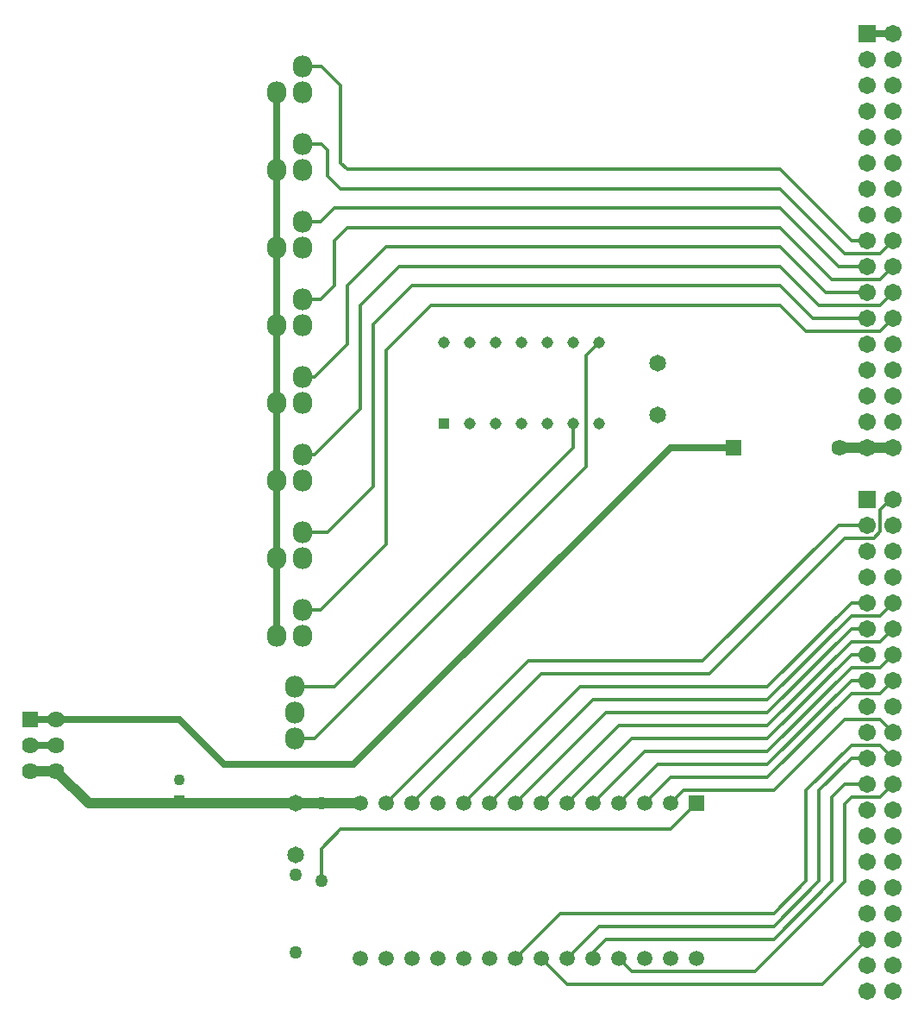
<source format=gbr>
G04 DipTrace 4.3.0.5*
G04 1 - Top.gbr*
%MOMM*%
G04 #@! TF.FileFunction,Copper,L1,Top*
G04 #@! TF.Part,Single*
G04 #@! TA.AperFunction,Conductor*
%ADD16C,0.6604*%
%ADD17C,0.3302*%
%ADD18C,1.0*%
G04 #@! TA.AperFunction,ComponentPad*
%ADD22R,1.1X1.1*%
%ADD23C,1.1*%
%ADD24C,1.65*%
%ADD25R,1.59X1.59*%
%ADD26C,1.59*%
%ADD27R,1.71X1.71*%
%ADD28C,1.71*%
%ADD29R,1.62X1.62*%
%ADD30C,1.62*%
%ADD31O,1.905X2.159*%
%ADD32C,1.27*%
%ADD33C,1.27*%
%ADD34R,1.14X1.14*%
%ADD35C,1.14*%
%ADD36R,1.5X1.5*%
%ADD37C,1.5*%
%FSLAX35Y35*%
G04*
G71*
G90*
G75*
G01*
G04 Top*
%LPD*%
X-6345300Y4124200D2*
D16*
Y3362200D1*
Y2600200D1*
Y1838193D1*
Y1076200D1*
Y314200D1*
Y-447800D1*
Y-1209800D1*
X-8763000Y-2286000D2*
X-8509000D1*
X-4508500Y-2859500D2*
D17*
X-3363500Y-1714500D1*
X-1524000D1*
X-698500Y-889000D1*
X-539750D1*
X-4254500Y-2859500D2*
Y-2857500D1*
X-3238500Y-1841500D1*
X-1524000D1*
X-698500Y-1016000D1*
X-412750D1*
X-285750Y-889000D1*
X-4000500Y-2859500D2*
Y-2857500D1*
X-3111500Y-1968500D1*
X-1524000D1*
X-698500Y-1143000D1*
X-539750D1*
X-3746500Y-2859500D2*
Y-2857500D1*
X-2984500Y-2095500D1*
X-1524000D1*
X-698500Y-1270000D1*
X-412750D1*
X-285750Y-1143000D1*
X-3492500Y-2859500D2*
Y-2857500D1*
X-2857500Y-2222500D1*
X-1524000D1*
X-698500Y-1397000D1*
X-539750D1*
X-3238500Y-2859500D2*
Y-2857500D1*
X-2730500Y-2349500D1*
X-1524000D1*
X-698500Y-1524000D1*
X-412750D1*
X-285750Y-1397000D1*
X-2984500Y-2859500D2*
Y-2857500D1*
X-2603500Y-2476500D1*
X-1524000D1*
X-698500Y-1651000D1*
X-539750D1*
X-2730500Y-2859500D2*
Y-2857500D1*
X-2476500Y-2603500D1*
X-1524000D1*
X-698500Y-1778000D1*
X-412750D1*
X-285750Y-1651000D1*
X-2984500Y-4379500D2*
X-2855500Y-4508500D1*
X-1644453D1*
X-762000Y-3626047D1*
Y-2864047D1*
X-691953Y-2794000D1*
X-412750D1*
X-285750Y-2667000D1*
X-3238500Y-4379500D2*
Y-4318000D1*
X-3111500Y-4191000D1*
X-1460500D1*
X-889000Y-3619500D1*
Y-2794000D1*
X-762000Y-2667000D1*
X-539750D1*
X-4000500Y-4379500D2*
X-3998500D1*
X-3556000Y-3937000D1*
X-1460500D1*
X-1143000Y-3619500D1*
Y-2730500D1*
X-698500Y-2286000D1*
X-412750D1*
X-285750Y-2413000D1*
X-3492500Y-4379500D2*
X-3177000Y-4064000D1*
X-1460500D1*
X-1016000Y-3619500D1*
Y-2730500D1*
X-698500Y-2413000D1*
X-539750D1*
X-2476500Y-2859500D2*
Y-2857500D1*
X-2349500Y-2730500D1*
X-1460500D1*
X-762000Y-2032000D1*
X-412750D1*
X-285750Y-2159000D1*
X-5016500Y-2859500D2*
X-3744500Y-1587500D1*
X-2095500D1*
X-762000Y-254000D1*
X-476250D1*
X-412750Y-190500D1*
Y25203D1*
X-310953Y127000D1*
X-285750D1*
X-5270500Y-2859500D2*
X-3871500Y-1460500D1*
X-2159000D1*
X-825500Y-127000D1*
X-539750D1*
X-6164173Y-2219197D2*
X-5965697D1*
X-3302000Y444500D1*
Y1540000D1*
X-3175000Y1667000D1*
X-6164170Y-1711200D2*
X-5775200D1*
X-3429000Y635000D1*
Y873000D1*
X-285750Y635000D2*
D18*
X-539750D1*
X-809500D1*
X-5905500Y-3619500D2*
D17*
Y-3302000D1*
X-5715000Y-3111500D1*
X-2474500D1*
X-2222500Y-2859500D1*
X-5905500Y-2857500D2*
D18*
X-5526500D1*
X-5524500Y-2859500D1*
X-5905500Y-2857500D2*
X-6159500D1*
X-7302500D1*
X-8191500D1*
X-8509000Y-2540000D1*
X-8763000D1*
X-6159500Y-2857500D2*
D3*
X-7302500Y-2830500D2*
Y-2857500D1*
X-285750Y4699000D2*
D16*
X-539750D1*
X-8763000Y-2032000D2*
X-8509000D1*
X-7302500D1*
X-6858000Y-2476500D1*
X-5588000D1*
X-2476500Y635000D1*
X-1857500D1*
X-3746500Y-4379500D2*
D17*
X-3490500Y-4635500D1*
X-984250D1*
X-539750Y-4191000D1*
X-6091327Y4378197D2*
X-5902197D1*
X-5714987Y4190987D1*
Y3428987D1*
X-5651500Y3365500D1*
X-1397000D1*
X-698500Y2667000D1*
X-539750D1*
X-6091327Y3616197D2*
X-5902197D1*
X-5841977Y3555977D1*
Y3301977D1*
X-5715000Y3175000D1*
X-1397000D1*
X-762000Y2540000D1*
X-412750D1*
X-285750Y2667000D1*
X-6091327Y2854197D2*
X-5908803D1*
X-5778500Y2984500D1*
X-1397000D1*
X-825500Y2413000D1*
X-539750D1*
X-6091333Y2092197D2*
X-5908803D1*
X-5778500Y2222500D1*
Y2667000D1*
X-5651500Y2794000D1*
X-1397000D1*
X-889000Y2286000D1*
X-412750D1*
X-285750Y2413000D1*
X-6091327Y1330197D2*
X-5972303D1*
X-5651500Y1651000D1*
Y2222500D1*
X-5270500Y2603500D1*
X-1397000D1*
X-952500Y2159000D1*
X-539750D1*
X-6091327Y568197D2*
X-5972303D1*
X-5524500Y1016000D1*
Y2032000D1*
X-5143500Y2413000D1*
X-1397000D1*
X-1016000Y2032000D1*
X-412750D1*
X-285750Y2159000D1*
X-6091327Y-193803D2*
X-5845303D1*
X-5397500Y254000D1*
Y1841500D1*
X-5016500Y2222500D1*
X-1397000D1*
X-1079500Y1905000D1*
X-539750D1*
X-6091327Y-955803D2*
X-5908803D1*
X-5270500Y-317500D1*
Y1587500D1*
X-4826000Y2032000D1*
X-1397000D1*
X-1143000Y1778000D1*
X-412750D1*
X-285750Y1905000D1*
D22*
X-7302500Y-2830500D3*
D23*
Y-2630500D3*
D24*
X-2603492Y952500D3*
X-2603508Y1460500D3*
X-6159500Y-2857500D3*
Y-3365500D3*
D25*
X-1857500Y635000D3*
D26*
X-809500D3*
D27*
X-539750Y127000D3*
D28*
X-285750D3*
X-539750Y-127000D3*
X-285750D3*
X-539750Y-381000D3*
X-285750D3*
X-539750Y-635000D3*
X-285750D3*
X-539750Y-889000D3*
X-285750D3*
X-539750Y-1143000D3*
X-285750D3*
X-539750Y-1397000D3*
X-285750D3*
X-539750Y-1651000D3*
X-285750D3*
X-539750Y-1905000D3*
X-285750D3*
X-539750Y-2159000D3*
X-285750D3*
X-539750Y-2413000D3*
X-285750D3*
X-539750Y-2667000D3*
X-285750D3*
X-539750Y-2921000D3*
X-285750D3*
X-539750Y-3175000D3*
X-285750D3*
X-539750Y-3429000D3*
X-285750D3*
X-539750Y-3683000D3*
X-285750D3*
X-539750Y-3937000D3*
X-285750D3*
X-539750Y-4191000D3*
X-285750D3*
X-539750Y-4445000D3*
X-285750D3*
X-539750Y-4699000D3*
X-285750D3*
D27*
X-539750Y4699000D3*
D28*
X-285750D3*
X-539750Y4445000D3*
X-285750D3*
X-539750Y4191000D3*
X-285750D3*
X-539750Y3937000D3*
X-285750D3*
X-539750Y3683000D3*
X-285750D3*
X-539750Y3429000D3*
X-285750D3*
X-539750Y3175000D3*
X-285750D3*
X-539750Y2921000D3*
X-285750D3*
X-539750Y2667000D3*
X-285750D3*
X-539750Y2413000D3*
X-285750D3*
X-539750Y2159000D3*
X-285750D3*
X-539750Y1905000D3*
X-285750D3*
X-539750Y1651000D3*
X-285750D3*
X-539750Y1397000D3*
X-285750D3*
X-539750Y1143000D3*
X-285750D3*
X-539750Y889000D3*
X-285750D3*
X-539750Y635000D3*
X-285750D3*
D29*
X-8763000Y-2032000D3*
D30*
X-8509000D3*
X-8763000Y-2286000D3*
X-8509000D3*
X-8763000Y-2540000D3*
X-8509000D3*
D31*
X-6164173Y-2219197D3*
X-6164170Y-1711200D3*
X-6164173Y-1965197D3*
X-6091327Y4378197D3*
X-6345300Y4124200D3*
X-6091327Y4124197D3*
Y3616197D3*
X-6345300Y3362200D3*
X-6091327Y3362197D3*
Y2854197D3*
X-6345300Y2600200D3*
X-6091327Y2600197D3*
X-6091333Y2092196D3*
X-6345300Y1838193D3*
X-6091327Y1838196D3*
Y1330197D3*
X-6345300Y1076200D3*
X-6091327Y1076197D3*
Y568197D3*
X-6345300Y314200D3*
X-6091327Y314197D3*
Y-193803D3*
X-6345300Y-447800D3*
X-6091327Y-447803D3*
Y-955803D3*
X-6345300Y-1209800D3*
X-6091327Y-1209803D3*
D32*
X-6159507Y-3556000D3*
D33*
X-6159493Y-4318000D3*
D32*
X-5905507Y-2857500D3*
D33*
X-5905493Y-3619500D3*
D34*
X-4699000Y873000D3*
D35*
X-4445000D3*
X-4191000D3*
X-3937000D3*
X-3683000D3*
X-3429000D3*
X-3175000D3*
Y1667000D3*
X-3429000D3*
X-3683000D3*
X-3937000D3*
X-4191000D3*
X-4445000D3*
X-4699000D3*
D36*
X-2222500Y-2859500D3*
D37*
X-2476500D3*
X-2730500D3*
X-2984500D3*
X-3238500D3*
X-3492500D3*
X-3746500D3*
X-4000500D3*
X-4254500D3*
X-4508500D3*
X-4762500D3*
X-5016500D3*
X-5270500D3*
X-5524500D3*
Y-4379500D3*
X-5270500D3*
X-5016500D3*
X-4762500D3*
X-4508500D3*
X-4254500D3*
X-4000500D3*
X-3746500D3*
X-3492500D3*
X-3238500D3*
X-2984500D3*
X-2730500D3*
X-2476500D3*
X-2222500D3*
M02*

</source>
